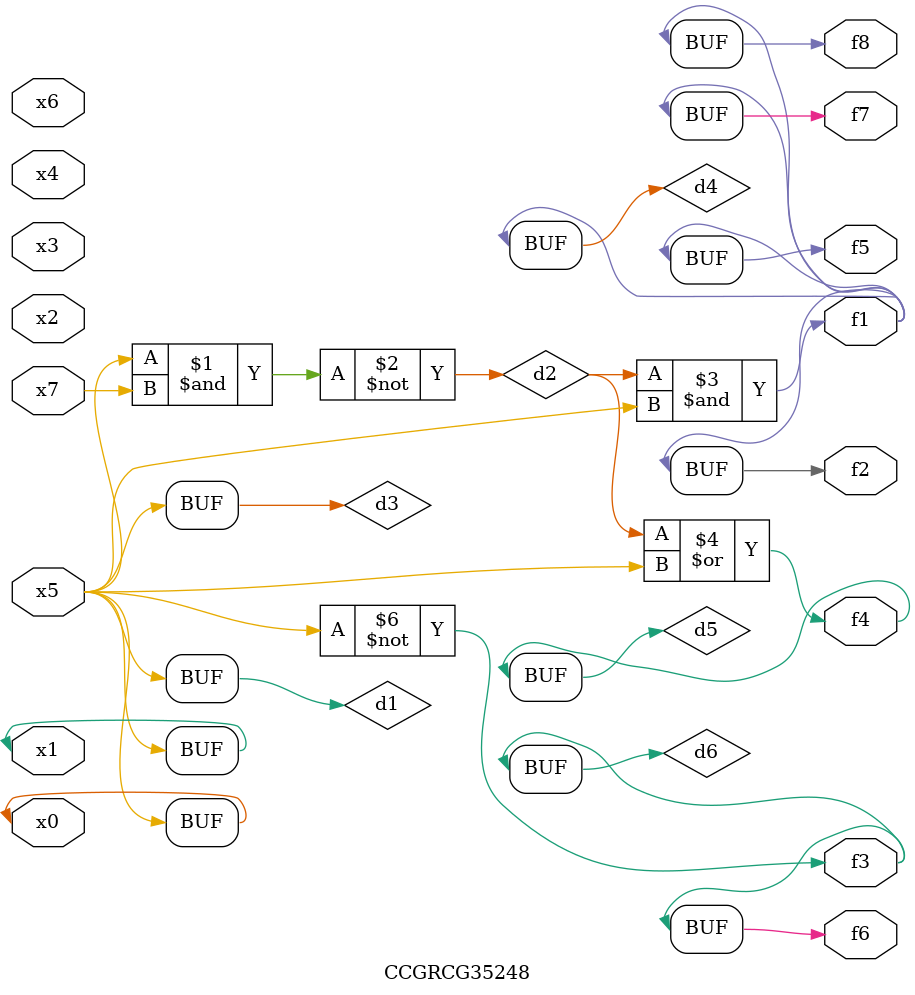
<source format=v>
module CCGRCG35248(
	input x0, x1, x2, x3, x4, x5, x6, x7,
	output f1, f2, f3, f4, f5, f6, f7, f8
);

	wire d1, d2, d3, d4, d5, d6;

	buf (d1, x0, x5);
	nand (d2, x5, x7);
	buf (d3, x0, x1);
	and (d4, d2, d3);
	or (d5, d2, d3);
	nor (d6, d1, d3);
	assign f1 = d4;
	assign f2 = d4;
	assign f3 = d6;
	assign f4 = d5;
	assign f5 = d4;
	assign f6 = d6;
	assign f7 = d4;
	assign f8 = d4;
endmodule

</source>
